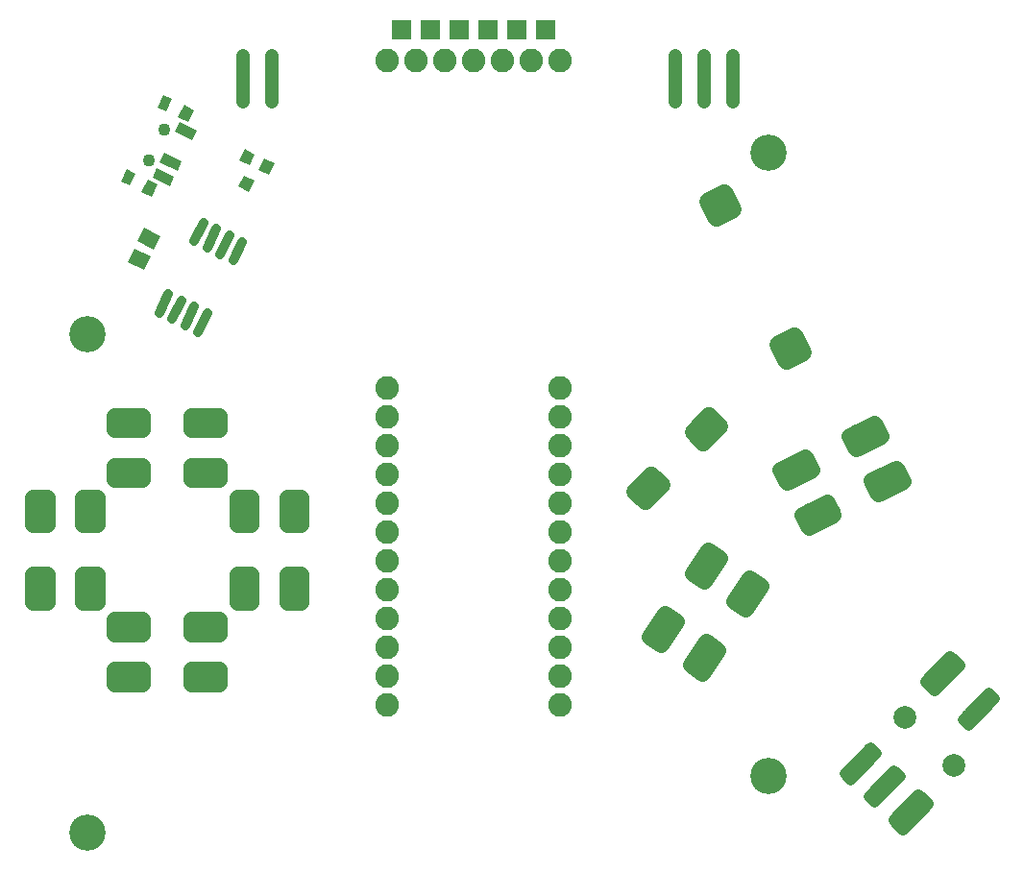
<source format=gbr>
G04 EAGLE Gerber RS-274X export*
G75*
%MOMM*%
%FSLAX34Y34*%
%LPD*%
%INSoldermask Top*%
%IPPOS*%
%AMOC8*
5,1,8,0,0,1.08239X$1,22.5*%
G01*
G04 Define Apertures*
%ADD10C,3.203200*%
%ADD11C,2.082800*%
%ADD12C,1.459725*%
%ADD13C,0.812800*%
%ADD14C,1.697694*%
%ADD15C,1.203200*%
%ADD16C,2.003200*%
%ADD17C,1.211759*%
%ADD18C,0.953791*%
%ADD19C,1.513725*%
%ADD20R,1.003200X1.103200*%
%ADD21R,1.303200X1.603200*%
%ADD22R,0.903200X1.703200*%
%ADD23R,1.203200X0.803200*%
%ADD24R,1.203200X1.003200*%
%ADD25C,1.103200*%
%ADD26R,1.703200X1.703200*%
D10*
X-340000Y-30000D03*
X260000Y570000D03*
X-340000Y410000D03*
X260000Y20000D03*
D11*
X76200Y83000D03*
X76200Y108400D03*
X76200Y133800D03*
X76200Y159200D03*
X76200Y184600D03*
X76200Y210000D03*
X76200Y235400D03*
X76200Y260800D03*
X76200Y286200D03*
X76200Y311600D03*
X76200Y337000D03*
X76200Y362400D03*
X-76200Y362400D03*
X-76200Y337000D03*
X-76200Y311600D03*
X-76200Y286200D03*
X-76200Y260800D03*
X-76200Y235400D03*
X-76200Y210000D03*
X-76200Y184600D03*
X-76200Y159200D03*
X-76200Y133800D03*
X-76200Y108400D03*
X-76200Y83000D03*
X-76200Y650680D03*
X-50800Y650680D03*
X-25400Y650680D03*
X0Y650680D03*
X25400Y650680D03*
X50800Y650680D03*
X76200Y650680D03*
D12*
X-344218Y266218D02*
X-344218Y241782D01*
X-344218Y266218D02*
X-331782Y266218D01*
X-331782Y241782D01*
X-344218Y241782D01*
X-344218Y255649D02*
X-331782Y255649D01*
X-344218Y198218D02*
X-344218Y173782D01*
X-344218Y198218D02*
X-331782Y198218D01*
X-331782Y173782D01*
X-344218Y173782D01*
X-344218Y187649D02*
X-331782Y187649D01*
X-388218Y198218D02*
X-388218Y173782D01*
X-388218Y198218D02*
X-375782Y198218D01*
X-375782Y173782D01*
X-388218Y173782D01*
X-388218Y187649D02*
X-375782Y187649D01*
X-388218Y241782D02*
X-388218Y266218D01*
X-375782Y266218D01*
X-375782Y241782D01*
X-388218Y241782D01*
X-388218Y255649D02*
X-375782Y255649D01*
X-248218Y294218D02*
X-223782Y294218D01*
X-223782Y281782D01*
X-248218Y281782D01*
X-248218Y294218D01*
X-291782Y294218D02*
X-316218Y294218D01*
X-291782Y294218D02*
X-291782Y281782D01*
X-316218Y281782D01*
X-316218Y294218D01*
X-316218Y338218D02*
X-291782Y338218D01*
X-291782Y325782D01*
X-316218Y325782D01*
X-316218Y338218D01*
X-248218Y338218D02*
X-223782Y338218D01*
X-223782Y325782D01*
X-248218Y325782D01*
X-248218Y338218D01*
X-195782Y198218D02*
X-195782Y173782D01*
X-208218Y173782D01*
X-208218Y198218D01*
X-195782Y198218D01*
X-195782Y187649D02*
X-208218Y187649D01*
X-195782Y241782D02*
X-195782Y266218D01*
X-195782Y241782D02*
X-208218Y241782D01*
X-208218Y266218D01*
X-195782Y266218D01*
X-195782Y255649D02*
X-208218Y255649D01*
X-151782Y266218D02*
X-151782Y241782D01*
X-164218Y241782D01*
X-164218Y266218D01*
X-151782Y266218D01*
X-151782Y255649D02*
X-164218Y255649D01*
X-151782Y198218D02*
X-151782Y173782D01*
X-164218Y173782D01*
X-164218Y198218D01*
X-151782Y198218D01*
X-151782Y187649D02*
X-164218Y187649D01*
X-291782Y145782D02*
X-316218Y145782D01*
X-316218Y158218D01*
X-291782Y158218D01*
X-291782Y145782D01*
X-248218Y145782D02*
X-223782Y145782D01*
X-248218Y145782D02*
X-248218Y158218D01*
X-223782Y158218D01*
X-223782Y145782D01*
X-223782Y101782D02*
X-248218Y101782D01*
X-248218Y114218D01*
X-223782Y114218D01*
X-223782Y101782D01*
X-291782Y101782D02*
X-316218Y101782D01*
X-316218Y114218D01*
X-291782Y114218D01*
X-291782Y101782D01*
X229897Y174545D02*
X243631Y194755D01*
X253917Y187765D01*
X240183Y167555D01*
X229897Y174545D01*
X234570Y181422D02*
X249607Y181422D01*
X205409Y138513D02*
X191675Y118303D01*
X205409Y138513D02*
X215695Y131523D01*
X201961Y111313D01*
X191675Y118303D01*
X196348Y125180D02*
X211385Y125180D01*
X169017Y163245D02*
X155283Y143035D01*
X169017Y163245D02*
X179303Y156255D01*
X165569Y136045D01*
X155283Y143035D01*
X159956Y149912D02*
X174993Y149912D01*
X193505Y199277D02*
X207239Y219487D01*
X217525Y212497D01*
X203791Y192287D01*
X193505Y199277D01*
X198178Y206154D02*
X213215Y206154D01*
X351105Y280809D02*
X373048Y291560D01*
X378519Y280393D01*
X356576Y269642D01*
X351105Y280809D01*
X356616Y283509D02*
X376992Y283509D01*
X311982Y261644D02*
X290039Y250893D01*
X311982Y261644D02*
X317453Y250477D01*
X295510Y239726D01*
X290039Y250893D01*
X295550Y253593D02*
X315926Y253593D01*
X292624Y301158D02*
X270681Y290407D01*
X292624Y301158D02*
X298095Y289991D01*
X276152Y279240D01*
X270681Y290407D01*
X276192Y293107D02*
X296568Y293107D01*
X331747Y320323D02*
X353690Y331074D01*
X359161Y319907D01*
X337218Y309156D01*
X331747Y320323D01*
X337258Y323023D02*
X357634Y323023D01*
D13*
X-203448Y491486D02*
X-211576Y474822D01*
X-222991Y480389D02*
X-214863Y497053D01*
X-226278Y502620D02*
X-234406Y485956D01*
X-245820Y491523D02*
X-237692Y508187D01*
X-268424Y445178D02*
X-276552Y428514D01*
X-265137Y422947D02*
X-257009Y439611D01*
X-245594Y434044D02*
X-253722Y417380D01*
X-242308Y411813D02*
X-234180Y428477D01*
D14*
X276160Y387128D02*
X289680Y393752D01*
X276160Y387128D02*
X269536Y400648D01*
X283056Y407272D01*
X289680Y393752D01*
X285024Y403256D02*
X274859Y403256D01*
X214569Y512852D02*
X228089Y519476D01*
X214569Y512852D02*
X207945Y526372D01*
X221465Y532996D01*
X228089Y519476D01*
X223433Y528980D02*
X213268Y528980D01*
D15*
X-203200Y615000D02*
X-203200Y655000D01*
X-177800Y655000D02*
X-177800Y615000D01*
X177800Y615000D02*
X177800Y655000D01*
X203200Y655000D02*
X203200Y615000D01*
X228600Y615000D02*
X228600Y655000D01*
D16*
X423307Y29885D03*
X380293Y71715D03*
D17*
X392573Y2522D02*
X399681Y-4390D01*
X378827Y-25834D01*
X371719Y-18922D01*
X392573Y2522D01*
X390022Y-14322D02*
X376192Y-14322D01*
X387388Y-2810D02*
X398056Y-2810D01*
X427678Y117635D02*
X420570Y124547D01*
X427678Y117635D02*
X406824Y96191D01*
X399716Y103103D01*
X420570Y124547D01*
X418019Y107703D02*
X404189Y107703D01*
X415385Y119215D02*
X426053Y119215D01*
D18*
X453881Y93953D02*
X459254Y88729D01*
X436601Y65435D01*
X431228Y70659D01*
X453881Y93953D01*
X445413Y74496D02*
X434959Y74496D01*
X443771Y83557D02*
X454224Y83557D01*
X455254Y92618D02*
X452583Y92618D01*
X355264Y40603D02*
X349891Y45827D01*
X355264Y40603D02*
X332611Y17309D01*
X327238Y22533D01*
X349891Y45827D01*
X341423Y26370D02*
X330969Y26370D01*
X339781Y35431D02*
X350234Y35431D01*
X351264Y44492D02*
X348593Y44492D01*
X370682Y25609D02*
X376055Y20385D01*
X353402Y-2909D01*
X348029Y2315D01*
X370682Y25609D01*
X362214Y6152D02*
X351760Y6152D01*
X360572Y15213D02*
X371025Y15213D01*
X372055Y24274D02*
X369384Y24274D01*
D19*
X142995Y271197D02*
X156865Y285460D01*
X166111Y276469D01*
X152241Y262206D01*
X142995Y271197D01*
X148236Y276586D02*
X165991Y276586D01*
X193889Y323531D02*
X207759Y337794D01*
X217005Y328803D01*
X203135Y314540D01*
X193889Y323531D01*
X199130Y328920D02*
X216885Y328920D01*
D20*
G36*
X-184248Y564519D02*
X-175232Y560121D01*
X-180068Y550207D01*
X-189084Y554605D01*
X-184248Y564519D01*
G37*
G36*
X-201325Y572848D02*
X-192309Y568450D01*
X-197145Y558536D01*
X-206161Y562934D01*
X-201325Y572848D01*
G37*
G36*
X-201992Y549809D02*
X-192976Y545411D01*
X-197812Y535497D01*
X-206828Y539895D01*
X-201992Y549809D01*
G37*
D21*
G36*
X-284323Y478354D02*
X-290036Y466642D01*
X-304445Y473670D01*
X-298732Y485382D01*
X-284323Y478354D01*
G37*
G36*
X-275555Y496330D02*
X-281268Y484618D01*
X-295677Y491646D01*
X-289964Y503358D01*
X-275555Y496330D01*
G37*
D22*
G36*
X-282644Y548048D02*
X-278685Y556165D01*
X-263378Y548698D01*
X-267337Y540581D01*
X-282644Y548048D01*
G37*
G36*
X-276068Y561530D02*
X-272109Y569647D01*
X-256802Y562180D01*
X-260761Y554063D01*
X-276068Y561530D01*
G37*
G36*
X-262917Y588494D02*
X-258958Y596611D01*
X-243651Y589144D01*
X-247610Y581027D01*
X-262917Y588494D01*
G37*
D23*
G36*
X-297619Y551491D02*
X-302893Y540678D01*
X-310111Y544199D01*
X-304837Y555012D01*
X-297619Y551491D01*
G37*
D24*
G36*
X-277845Y541848D02*
X-283119Y531034D01*
X-292135Y535432D01*
X-286861Y546246D01*
X-277845Y541848D01*
G37*
D23*
G36*
X-265617Y617103D02*
X-270891Y606290D01*
X-278109Y609811D01*
X-272835Y620624D01*
X-265617Y617103D01*
G37*
D24*
G36*
X-245844Y607460D02*
X-251118Y596646D01*
X-260134Y601044D01*
X-254860Y611858D01*
X-245844Y607460D01*
G37*
D25*
X-285452Y562786D03*
X-272300Y589750D03*
D26*
X63500Y678180D03*
X38100Y678180D03*
X12700Y678180D03*
X-12700Y678180D03*
X-38100Y678180D03*
X-63500Y678180D03*
M02*

</source>
